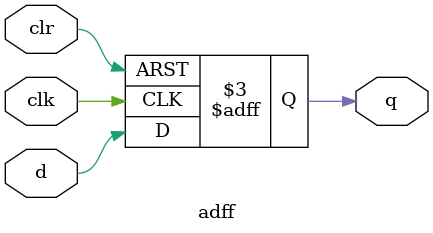
<source format=sv>
module adff( input d, clk, clr, output reg q );
    initial begin
        q = 0;
    end
	  always @( posedge clk, posedge clr )
      if ( clr )
        q <= 1'b0;
      else
        q <= d;
endmodule


</source>
